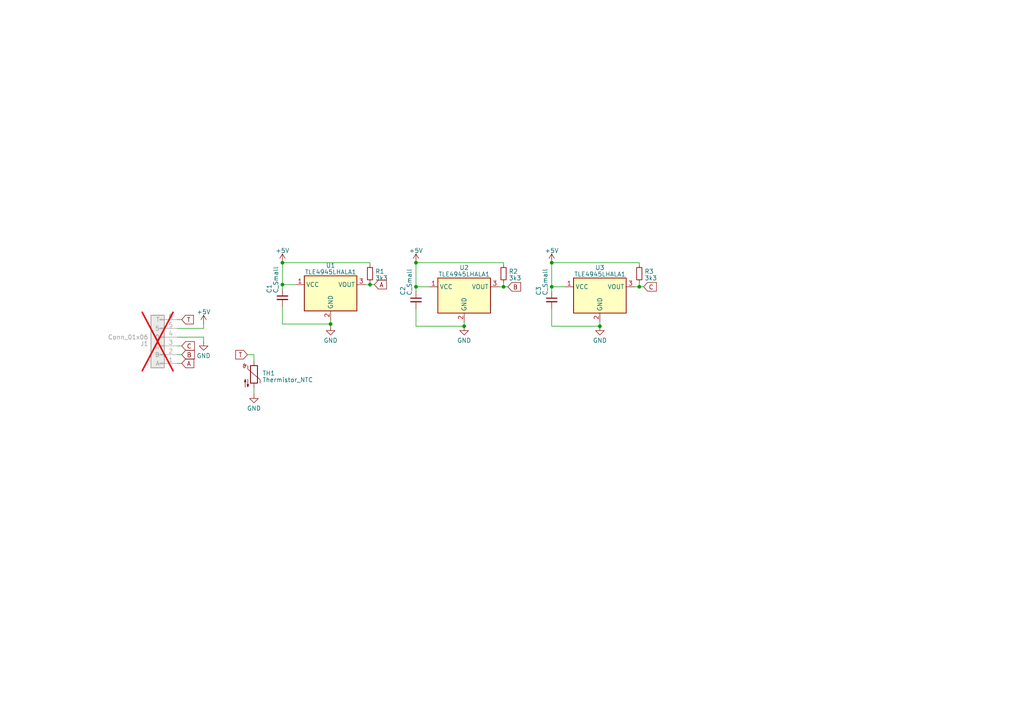
<source format=kicad_sch>
(kicad_sch (version 20230121) (generator eeschema)
  (paper "A4")
  (lib_symbols
    (symbol "Device:C_Small" (pin_numbers hide) (pin_names (offset 0.254) hide)
      (property "Reference" "C" (at 0.254 1.778 0))
      (property "Value" "C_Small" (at 0.254 -2.032 0))
      (symbol "C_Small_0_1"
        (polyline (pts (xy -1.524 -0.508) (xy 1.524 -0.508)) (stroke (width 0.3302)))
        (polyline (pts (xy -1.524 0.508) (xy 1.524 0.508)) (stroke (width 0.3048)))
      )
      (symbol "C_Small_1_1"
        (pin passive line (at 0 2.54 270) (length 2.032) (name "~") (number "1"))
        (pin passive line (at 0 -2.54 90) (length 2.032) (name "~") (number "2"))
      )
    )
    (symbol "Device:R_Small" (pin_numbers hide) (pin_names (offset 0.254) hide)
      (property "Reference" "R" (at 0.762 0.508 0))
      (property "Value" "R_Small" (at 0.762 -1.016 0))
      (symbol "R_Small_0_1"
        (rectangle (start -0.762 1.778) (end 0.762 -1.778) (stroke (width 0.2032)))
      )
      (symbol "R_Small_1_1"
        (pin passive line (at 0 2.54 270) (length 0.762) (name "~") (number "1"))
        (pin passive line (at 0 -2.54 90) (length 0.762) (name "~") (number "2"))
      )
    )
    (symbol "Device:Thermistor_NTC" (pin_numbers hide) (pin_names (offset 0))
      (property "Reference" "TH" (at -4.445 0 90))
      (property "Value" "Thermistor_NTC" (at 3.175 0 90))
      (symbol "Thermistor_NTC_0_1"
        (arc (start -3.048 2.159) (mid -3.0495 2.3143) (end -3.175 2.413))
        (arc (start -3.048 2.159) (mid -2.9736 1.9794) (end -2.794 1.905))
        (arc (start -3.048 2.794) (mid -2.9736 2.6144) (end -2.794 2.54))
        (arc (start -2.794 1.905) (mid -2.6144 1.9794) (end -2.54 2.159))
        (arc (start -2.794 2.54) (mid -2.4393 2.5587) (end -2.159 2.794))
        (arc (start -2.794 3.048) (mid -2.9736 2.9736) (end -3.048 2.794))
        (arc (start -2.54 2.794) (mid -2.6144 2.9736) (end -2.794 3.048))
        (rectangle (start -1.016 2.54) (end 1.016 -2.54) (stroke (width 0.254)))
        (polyline (pts (xy -2.54 2.159) (xy -2.54 2.794)))
        (polyline (pts (xy -1.778 2.54) (xy -1.778 1.524) (xy 1.778 -1.524) (xy 1.778 -2.54)))
        (polyline (pts (xy -2.54 -3.683) (xy -2.54 -1.397) (xy -2.794 -2.159) (xy -2.286 -2.159) (xy -2.54 -1.397) (xy -2.54 -1.651)) (fill (type outline)))
        (polyline (pts (xy -1.778 -1.397) (xy -1.778 -3.683) (xy -2.032 -2.921) (xy -1.524 -2.921) (xy -1.778 -3.683) (xy -1.778 -3.429)) (fill (type outline)))
      )
      (symbol "Thermistor_NTC_1_1"
        (pin passive line (at 0 3.81 270) (length 1.27) (name "~") (number "1"))
        (pin passive line (at 0 -3.81 90) (length 1.27) (name "~") (number "2"))
      )
    )
    (symbol "ethan_parts:Hall_sensor" (pin_names (offset 1.016) hide)
      (property "Reference" "J" (at 0 7.62 0))
      (property "Value" "Conn_01x06" (at 0 -10.16 0))
      (symbol "Hall_sensor_0_1"
        (text "0" (at 0 -2.54 0) (effects (font (size 1.27 1.27)) (justify left)))
        (text "5" (at 0 -5.08 0) (effects (font (size 1.27 1.27)) (justify left)))
        (text "A" (at 0 5.08 0) (effects (font (size 1.27 1.27)) (justify left)))
        (text "B" (at 0 2.54 0) (effects (font (size 1.27 1.27)) (justify left)))
        (text "C" (at 0 0 0) (effects (font (size 1.27 1.27)) (justify left)))
        (text "T" (at 0 -7.62 0) (effects (font (size 1.27 1.27)) (justify left)))
      )
      (symbol "Hall_sensor_1_1"
        (rectangle (start -1.27 -7.493) (end 0 -7.747) (stroke (width 0.1524)))
        (rectangle (start -1.27 -4.953) (end 0 -5.207) (stroke (width 0.1524)))
        (rectangle (start -1.27 -2.413) (end 0 -2.667) (stroke (width 0.1524)))
        (rectangle (start -1.27 0.127) (end 0 -0.127) (stroke (width 0.1524)))
        (rectangle (start -1.27 2.667) (end 0 2.413) (stroke (width 0.1524)))
        (rectangle (start -1.27 5.207) (end 0 4.953) (stroke (width 0.1524)))
        (rectangle (start -1.27 6.35) (end 2.54 -8.89) (stroke (width 0.254)) (fill (type background)))
        (pin passive line (at -5.08 5.08 0) (length 3.81) (name "Pin_1") (number "1"))
        (pin passive line (at -5.08 2.54 0) (length 3.81) (name "Pin_2") (number "2"))
        (pin passive line (at -5.08 0 0) (length 3.81) (name "Pin_3") (number "3"))
        (pin passive line (at -5.08 -2.54 0) (length 3.81) (name "Pin_4") (number "4"))
        (pin passive line (at -5.08 -5.08 0) (length 3.81) (name "Pin_5") (number "5"))
        (pin passive line (at -5.08 -7.62 0) (length 3.81) (name "Pin_6") (number "6"))
      )
    )
    (symbol "ethan_parts:TLE4945LHALA1"
      (property "Reference" "U" (at 8.89 -2.54 0))
      (property "Value" "TLE4945LHALA1" (at 8.89 0 0))
      (symbol "TLE4945LHALA1_0_1"
        (rectangle (start 7.62 5.08) (end -7.62 -5.08) (stroke (width 0.254)) (fill (type background)))
      )
      (symbol "TLE4945LHALA1_1_1"
        (pin power_in line (at -10.16 2.54 0) (length 2.54) (name "VCC") (number "1"))
        (pin power_in line (at 0 -7.62 90) (length 2.54) (name "GND") (number "2"))
        (pin open_collector line (at 10.16 2.54 180) (length 2.54) (name "VOUT") (number "3"))
      )
    )
    (symbol "power:+5V" (power) (pin_names (offset 0))
      (property "Value" "+5V" (at 0 3.556 0))
      (symbol "+5V_0_1"
        (polyline (pts (xy -0.762 1.27) (xy 0 2.54)))
        (polyline (pts (xy 0 0) (xy 0 2.54)))
        (polyline (pts (xy 0 2.54) (xy 0.762 1.27)))
      )
      (symbol "+5V_1_1"
        (pin power_in line (at 0 0 90) (length 0) hide (name "+5V") (number "1"))
      )
    )
    (symbol "power:GND" (power) (pin_names (offset 0))
      (property "Value" "GND" (at 0 -3.81 0))
      (symbol "GND_0_1"
        (polyline (pts (xy 0 0) (xy 0 -1.27) (xy 1.27 -1.27) (xy 0 -2.54) (xy -1.27 -1.27) (xy 0 -1.27)))
      )
      (symbol "GND_1_1"
        (pin power_in line (at 0 0 270) (length 0) hide (name "GND") (number "1"))
      )
    )
  )
  (junction (at 134.62 94.615))
  (junction (at 160.02 83.185))
  (junction (at 146.05 83.185))
  (junction (at 81.915 76.2))
  (junction (at 107.315 82.55))
  (junction (at 120.65 76.2))
  (junction (at 173.99 94.615))
  (junction (at 95.885 93.98))
  (junction (at 81.915 82.55))
  (junction (at 160.02 76.2))
  (junction (at 185.42 83.185))
  (junction (at 120.65 83.185))
  (wire (pts (xy 51.435 97.79) (xy 59.055 97.79)))
  (wire (pts (xy 106.045 82.55) (xy 107.315 82.55)))
  (wire (pts (xy 52.705 100.33) (xy 51.435 100.33)))
  (wire (pts (xy 185.42 76.835) (xy 185.42 76.2)))
  (wire (pts (xy 81.915 82.55) (xy 85.725 82.55)))
  (wire (pts (xy 160.02 89.535) (xy 160.02 94.615)))
  (wire (pts (xy 51.435 95.25) (xy 59.055 95.25)))
  (wire (pts (xy 146.05 76.835) (xy 146.05 76.2)))
  (wire (pts (xy 51.435 102.87) (xy 52.705 102.87)))
  (wire (pts (xy 95.885 93.98) (xy 95.885 94.615)))
  (wire (pts (xy 81.915 83.82) (xy 81.915 82.55)))
  (wire (pts (xy 146.05 83.185) (xy 147.32 83.185)))
  (wire (pts (xy 120.65 89.535) (xy 120.65 94.615)))
  (wire (pts (xy 81.915 88.9) (xy 81.915 93.98)))
  (wire (pts (xy 134.62 94.615) (xy 134.62 93.345)))
  (wire (pts (xy 59.055 97.79) (xy 59.055 99.06)))
  (wire (pts (xy 160.02 76.2) (xy 185.42 76.2)))
  (wire (pts (xy 73.66 112.395) (xy 73.66 114.3)))
  (wire (pts (xy 184.15 83.185) (xy 185.42 83.185)))
  (wire (pts (xy 59.055 95.25) (xy 59.055 93.98)))
  (wire (pts (xy 120.65 76.2) (xy 146.05 76.2)))
  (wire (pts (xy 107.315 76.835) (xy 107.315 76.2)))
  (wire (pts (xy 52.705 92.71) (xy 51.435 92.71)))
  (wire (pts (xy 160.02 94.615) (xy 173.99 94.615)))
  (wire (pts (xy 81.915 76.2) (xy 107.315 76.2)))
  (wire (pts (xy 120.65 83.185) (xy 124.46 83.185)))
  (wire (pts (xy 120.65 83.185) (xy 120.65 84.455)))
  (wire (pts (xy 71.755 102.87) (xy 73.66 102.87)))
  (wire (pts (xy 185.42 83.185) (xy 185.42 81.915)))
  (wire (pts (xy 160.02 84.455) (xy 160.02 83.185)))
  (wire (pts (xy 160.02 83.185) (xy 163.83 83.185)))
  (wire (pts (xy 120.65 94.615) (xy 134.62 94.615)))
  (wire (pts (xy 51.435 105.41) (xy 52.705 105.41)))
  (wire (pts (xy 81.915 76.2) (xy 81.915 82.55)))
  (wire (pts (xy 107.315 82.55) (xy 108.585 82.55)))
  (wire (pts (xy 185.42 83.185) (xy 186.69 83.185)))
  (wire (pts (xy 173.99 94.615) (xy 173.99 93.345)))
  (wire (pts (xy 144.78 83.185) (xy 146.05 83.185)))
  (wire (pts (xy 95.885 92.71) (xy 95.885 93.98)))
  (wire (pts (xy 107.315 82.55) (xy 107.315 81.915)))
  (wire (pts (xy 146.05 83.185) (xy 146.05 81.915)))
  (wire (pts (xy 81.915 93.98) (xy 95.885 93.98)))
  (wire (pts (xy 73.66 102.87) (xy 73.66 104.775)))
  (wire (pts (xy 120.65 76.2) (xy 120.65 83.185)))
  (wire (pts (xy 160.02 76.2) (xy 160.02 83.185)))
  (global_label "T" (shape input) (at 71.755 102.87 180) (property "Intersheetrefs" "${INTERSHEET_REFS}" (effects hide)))
  (global_label "C" (shape input) (at 52.705 100.33 0) (property "Intersheetrefs" "${INTERSHEET_REFS}" (effects hide)))
  (global_label "B" (shape input) (at 52.705 102.87 0) (property "Intersheetrefs" "${INTERSHEET_REFS}" (effects hide)))
  (global_label "A" (shape input) (at 108.585 82.55 0) (property "Intersheetrefs" "${INTERSHEET_REFS}" (effects hide)))
  (global_label "A" (shape input) (at 52.705 105.41 0) (property "Intersheetrefs" "${INTERSHEET_REFS}" (effects hide)))
  (global_label "B" (shape input) (at 147.32 83.185 0) (property "Intersheetrefs" "${INTERSHEET_REFS}" (effects hide)))
  (global_label "C" (shape input) (at 186.69 83.185 0) (property "Intersheetrefs" "${INTERSHEET_REFS}" (effects hide)))
  (global_label "T" (shape input) (at 52.705 92.71 0) (property "Intersheetrefs" "${INTERSHEET_REFS}" (effects hide)))
  (symbol (lib_id "ethan_parts:Hall_sensor") (at 46.355 100.33 180) (unit 1) (dnp yes)
    (property "Reference" "J1" (at 43.053 99.7037 0) (effects (justify left)))
    (property "Value" "Conn_01x06" (at 43.053 97.7827 0) (effects (justify left)))
    (property "Footprint" "Ethan_parts:hall_connector" (effects hide))
  )
  (symbol (lib_id "power:GND") (at 73.66 114.3 0) (unit 1)
    (property "Reference" "#PWR07" (effects hide))
    (property "Value" "GND" (at 73.66 118.4355 0))
  )
  (symbol (lib_id "power:+5V") (at 160.02 76.2 0) (unit 1)
    (property "Reference" "#PWR04" (effects hide))
    (property "Value" "+5V" (at 160.02 72.6981 0))
  )
  (symbol (lib_id "power:+5V") (at 59.055 93.98 0) (unit 1)
    (property "Reference" "#PWR08" (effects hide))
    (property "Value" "+5V" (at 59.055 90.4781 0))
  )
  (symbol (lib_id "ethan_parts:TLE4945LHALA1") (at 173.99 85.725 0) (unit 1)
    (property "Reference" "U3" (at 173.99 77.6351 0))
    (property "Value" "TLE4945LHALA1" (at 173.99 79.5561 0))
    (property "Footprint" "Ethan_parts:TLE4945LHALA1" (effects hide))
    (property "Datasheet" "https://mm.digikey.com/Volume0/opasdata/d220001/medias/docus/5341/TLE49x5L.pdf" (effects hide))
  )
  (symbol (lib_id "ethan_parts:TLE4945LHALA1") (at 95.885 85.09 0) (unit 1)
    (property "Reference" "U1" (at 95.885 77.0001 0))
    (property "Value" "TLE4945LHALA1" (at 95.885 78.9211 0))
    (property "Footprint" "Ethan_parts:TLE4945LHALA1" (effects hide))
    (property "Datasheet" "https://mm.digikey.com/Volume0/opasdata/d220001/medias/docus/5341/TLE49x5L.pdf" (effects hide))
  )
  (symbol (lib_id "Device:R_Small") (at 185.42 79.375 0) (unit 1)
    (property "Reference" "R3" (at 186.9186 78.7313 0) (effects (justify left)))
    (property "Value" "3k3" (at 186.9186 80.6523 0) (effects (justify left)))
    (property "Footprint" "Resistor_SMD:R_0603_1608Metric" (effects hide))
    (property "LCSC" "C22978" (effects hide))
  )
  (symbol (lib_id "power:GND") (at 59.055 99.06 0) (unit 1)
    (property "Reference" "#PWR09" (effects hide))
    (property "Value" "GND" (at 59.055 103.1955 0))
  )
  (symbol (lib_id "power:GND") (at 134.62 94.615 0) (unit 1)
    (property "Reference" "#PWR05" (effects hide))
    (property "Value" "GND" (at 134.62 98.7505 0))
  )
  (symbol (lib_id "power:GND") (at 173.99 94.615 0) (unit 1)
    (property "Reference" "#PWR06" (effects hide))
    (property "Value" "GND" (at 173.99 98.7505 0))
  )
  (symbol (lib_id "Device:R_Small") (at 107.315 79.375 0) (unit 1)
    (property "Reference" "R1" (at 108.8136 78.7313 0) (effects (justify left)))
    (property "Value" "3k3" (at 108.8136 80.6523 0) (effects (justify left)))
    (property "Footprint" "Resistor_SMD:R_0603_1608Metric" (effects hide))
    (property "LCSC" "C22978" (effects hide))
  )
  (symbol (lib_id "power:+5V") (at 120.65 76.2 0) (unit 1)
    (property "Reference" "#PWR03" (effects hide))
    (property "Value" "+5V" (at 120.65 72.6981 0))
  )
  (symbol (lib_id "ethan_parts:TLE4945LHALA1") (at 134.62 85.725 0) (unit 1)
    (property "Reference" "U2" (at 134.62 77.6351 0))
    (property "Value" "TLE4945LHALA1" (at 134.62 79.5561 0))
    (property "Footprint" "Ethan_parts:TLE4945LHALA1" (effects hide))
    (property "Datasheet" "https://mm.digikey.com/Volume0/opasdata/d220001/medias/docus/5341/TLE49x5L.pdf" (effects hide))
  )
  (symbol (lib_id "Device:C_Small") (at 160.02 86.995 0) (unit 1)
    (property "Reference" "C3" (at 156.21 85.725 90) (effects (justify left)))
    (property "Value" "C_Small" (at 158.115 85.725 90) (effects (justify left)))
    (property "Footprint" "Capacitor_SMD:C_0603_1608Metric" (effects hide))
    (property "LCSC" "C53987" (effects hide))
  )
  (symbol (lib_id "power:GND") (at 95.885 94.615 0) (unit 1)
    (property "Reference" "#PWR01" (effects hide))
    (property "Value" "GND" (at 95.885 98.7505 0))
  )
  (symbol (lib_id "Device:C_Small") (at 120.65 86.995 0) (unit 1)
    (property "Reference" "C2" (at 116.84 85.725 90) (effects (justify left)))
    (property "Value" "C_Small" (at 118.745 85.725 90) (effects (justify left)))
    (property "Footprint" "Capacitor_SMD:C_0603_1608Metric" (effects hide))
    (property "LCSC" "C53987" (effects hide))
  )
  (symbol (lib_id "Device:C_Small") (at 81.915 86.36 0) (unit 1)
    (property "Reference" "C1" (at 78.105 85.09 90) (effects (justify left)))
    (property "Value" "C_Small" (at 80.01 85.09 90) (effects (justify left)))
    (property "Footprint" "Capacitor_SMD:C_0603_1608Metric" (effects hide))
    (property "LCSC" "C53987" (effects hide))
  )
  (symbol (lib_id "power:+5V") (at 81.915 76.2 0) (unit 1)
    (property "Reference" "#PWR02" (effects hide))
    (property "Value" "+5V" (at 81.915 72.6981 0))
  )
  (symbol (lib_id "Device:R_Small") (at 146.05 79.375 0) (unit 1)
    (property "Reference" "R2" (at 147.5486 78.7313 0) (effects (justify left)))
    (property "Value" "3k3" (at 147.5486 80.6523 0) (effects (justify left)))
    (property "Footprint" "Resistor_SMD:R_0603_1608Metric" (effects hide))
    (property "LCSC" "C22978" (effects hide))
  )
  (symbol (lib_id "Device:Thermistor_NTC") (at 73.66 108.585 0) (unit 1)
    (property "Reference" "TH1" (at 76.073 108.2588 0) (effects (justify left)))
    (property "Value" "Thermistor_NTC" (at 76.073 110.1798 0) (effects (justify left)))
    (property "Footprint" "Capacitor_SMD:C_0603_1608Metric" (effects hide))
    (property "LCSC" "C338606" (effects hide))
  )
)
</source>
